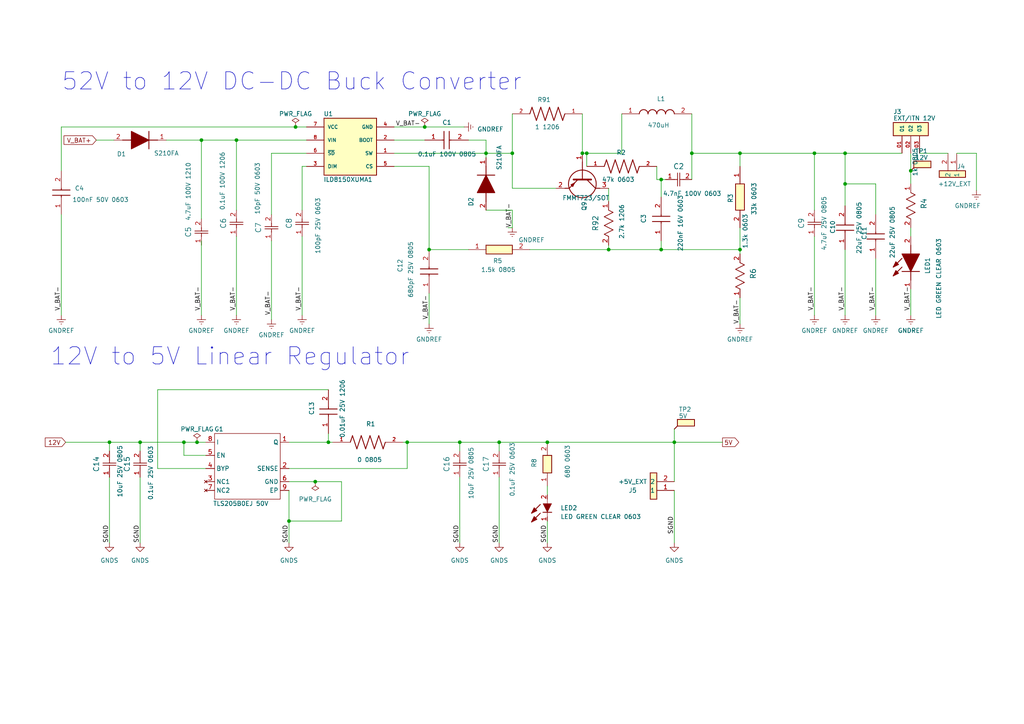
<source format=kicad_sch>
(kicad_sch (version 20231120) (generator "eeschema") (generator_version "8.0")
  (paper "A4")
  (lib_symbols
    (symbol "1725656:1725656"
      (property "Reference" "J5" (at -10.16 8.89 0))
      (property "Value" "+5V_EXT" (at -10.16 6.35 0))
      (symbol "1725656_1_1"
        (pin passive line (at 0 0 0) (length 5.08) (name "1") (number "1"))
        (pin passive line (at 0 -2.54 0) (length 5.08) (name "2") (number "2"))
      )
    )
    (symbol "1725656_1"
      (property "Reference" "J4" (at -10.16 8.89 0))
      (property "Value" "+12V_EXT" (at -10.16 6.35 0))
      (symbol "1725656_1_1_1"
        (pin passive line (at 0 0 0) (length 5.08) (name "1") (number "1"))
        (pin passive line (at 0 -2.54 0) (length 5.08) (name "2") (number "2"))
      )
    )
    (symbol "7447709471:7447709471" (pin_names hide)
      (property "Reference" "L" (at 16.51 6.35 0))
      (property "Value" "7447709471" (at 16.51 3.81 0))
      (symbol "7447709471_1_1"
        (pin passive line (at 0 0 0) (length 5.08) (name "1") (number "1"))
        (pin passive line (at 20.32 0 180) (length 5.08) (name "2") (number "2"))
      )
    )
    (symbol "C0603C100K5RACTU:C0603C100K5RACTU" (pin_names (offset 0.254))
      (property "Reference" "C" (at 3.81 3.81 0))
      (property "Value" "C0603C100K5RACTU" (at 3.81 -3.81 0))
      (symbol "C0603C100K5RACTU_1_1"
        (pin unspecified line (at 0 0 0) (length 2.54) (name "") (number "1"))
        (pin unspecified line (at 7.62 0 180) (length 2.54) (name "") (number "2"))
      )
      (symbol "C0603C100K5RACTU_1_2"
        (pin unspecified line (at 0 0 270) (length 2.54) (name "") (number "1"))
        (pin unspecified line (at 0 -7.62 90) (length 2.54) (name "") (number "2"))
      )
    )
    (symbol "C0603C101K3RACAUTO:C0603C101K3RACAUTO" (pin_names (offset 0.254))
      (property "Reference" "C" (at 3.81 3.81 0))
      (property "Value" "C0603C101K3RACAUTO" (at 3.81 -3.81 0))
      (symbol "C0603C101K3RACAUTO_1_1"
        (pin unspecified line (at 0 0 0) (length 2.54) (name "") (number "1"))
        (pin unspecified line (at 7.62 0 180) (length 2.54) (name "") (number "2"))
      )
      (symbol "C0603C101K3RACAUTO_1_2"
        (pin unspecified line (at 0 0 270) (length 2.54) (name "") (number "1"))
        (pin unspecified line (at 0 -7.62 90) (length 2.54) (name "") (number "2"))
      )
    )
    (symbol "C0603C104K5RAC3121:C0603C104K5RAC3121" (pin_names hide)
      (property "Reference" "C" (at 8.89 6.35 0))
      (property "Value" "C0603C104K5RAC3121" (at 8.89 3.81 0))
      (symbol "C0603C104K5RAC3121_1_1"
        (pin passive line (at 0 0 0) (length 5.08) (name "1") (number "1"))
        (pin passive line (at 12.7 0 180) (length 5.08) (name "2") (number "2"))
      )
    )
    (symbol "C0603X104M3RACTU:C0603X104M3RACTU" (pin_names (offset 0.254))
      (property "Reference" "C" (at 3.81 3.81 0))
      (property "Value" "C0603X104M3RACTU" (at 3.81 -3.81 0))
      (symbol "C0603X104M3RACTU_1_1"
        (pin unspecified line (at 0 0 0) (length 2.54) (name "") (number "1"))
        (pin unspecified line (at 7.62 0 180) (length 2.54) (name "") (number "2"))
      )
      (symbol "C0603X104M3RACTU_1_2"
        (pin unspecified line (at 0 0 270) (length 2.54) (name "") (number "1"))
        (pin unspecified line (at 0 -7.62 90) (length 2.54) (name "") (number "2"))
      )
    )
    (symbol "C0603X224J3RACAUTO:C0603X224J3RACAUTO" (pin_names hide)
      (property "Reference" "C" (at 8.89 6.35 0))
      (property "Value" "C0603X224J3RACAUTO" (at 8.89 3.81 0))
      (symbol "C0603X224J3RACAUTO_1_1"
        (pin passive line (at 0 0 0) (length 5.08) (name "1") (number "1"))
        (pin passive line (at 12.7 0 180) (length 5.08) (name "2") (number "2"))
      )
    )
    (symbol "C0603Y472K1RACAUTO:C0603Y472K1RACAUTO" (pin_names (offset 0.254))
      (property "Reference" "C" (at 3.81 3.81 0))
      (property "Value" "C0603Y472K1RACAUTO" (at 3.81 -3.81 0))
      (symbol "C0603Y472K1RACAUTO_1_1"
        (pin unspecified line (at 0 0 0) (length 2.54) (name "") (number "1"))
        (pin unspecified line (at 7.62 0 180) (length 2.54) (name "") (number "2"))
      )
      (symbol "C0603Y472K1RACAUTO_1_2"
        (pin unspecified line (at 0 0 270) (length 2.54) (name "") (number "1"))
        (pin unspecified line (at 0 -7.62 90) (length 2.54) (name "") (number "2"))
      )
    )
    (symbol "C0805C106M3PACTU:C0805C106M3PACTU" (pin_names (offset 0.254))
      (property "Reference" "C" (at 3.81 3.81 0))
      (property "Value" "C0805C106M3PACTU" (at 3.81 -3.81 0))
      (symbol "C0805C106M3PACTU_1_1"
        (pin unspecified line (at 0 0 0) (length 2.54) (name "") (number "1"))
        (pin unspecified line (at 7.62 0 180) (length 2.54) (name "") (number "2"))
      )
      (symbol "C0805C106M3PACTU_1_2"
        (pin unspecified line (at 0 0 270) (length 2.54) (name "") (number "1"))
        (pin unspecified line (at 0 -7.62 90) (length 2.54) (name "") (number "2"))
      )
    )
    (symbol "C0805X104K1RAC3316:C0805X104K1RAC3316" (pin_names hide)
      (property "Reference" "C" (at 8.89 6.35 0))
      (property "Value" "C0805X104K1RAC3316" (at 8.89 3.81 0))
      (symbol "C0805X104K1RAC3316_1_1"
        (pin passive line (at 0 0 0) (length 5.08) (name "1") (number "1"))
        (pin passive line (at 12.7 0 180) (length 5.08) (name "2") (number "2"))
      )
    )
    (symbol "C0805X475K3RAC7800:C0805C681J5RACTU" (pin_names (offset 0.254))
      (property "Reference" "C" (at 3.81 3.81 0))
      (property "Value" "C0805C681J5RACTU" (at 3.81 -3.81 0))
      (symbol "C0805C681J5RACTU_1_1"
        (pin unspecified line (at 0 0 0) (length 2.54) (name "") (number "1"))
        (pin unspecified line (at 7.62 0 180) (length 2.54) (name "") (number "2"))
      )
      (symbol "C0805C681J5RACTU_1_2"
        (pin unspecified line (at 0 0 270) (length 2.54) (name "") (number "1"))
        (pin unspecified line (at 0 -7.62 90) (length 2.54) (name "") (number "2"))
      )
    )
    (symbol "C1206C103J3RACAUTO:C1206C103J3RACAUTO" (pin_names hide)
      (property "Reference" "C" (at 8.89 6.35 0))
      (property "Value" "C1206C103J3RACAUTO" (at 8.89 3.81 0))
      (symbol "C1206C103J3RACAUTO_1_1"
        (pin passive line (at 0 0 0) (length 5.08) (name "1") (number "1"))
        (pin passive line (at 12.7 0 180) (length 5.08) (name "2") (number "2"))
      )
    )
    (symbol "C1206F104K1RAC3083:C1206F104K1RAC3083" (pin_names (offset 0.254))
      (property "Reference" "C" (at 3.81 3.81 0))
      (property "Value" "C1206F104K1RAC3083" (at 3.81 -3.81 0))
      (symbol "C1206F104K1RAC3083_1_1"
        (pin unspecified line (at 0 0 0) (length 2.54) (name "") (number "1"))
        (pin unspecified line (at 7.62 0 180) (length 2.54) (name "") (number "2"))
      )
      (symbol "C1206F104K1RAC3083_1_2"
        (pin unspecified line (at 0 0 270) (length 2.54) (name "") (number "1"))
        (pin unspecified line (at 0 -7.62 90) (length 2.54) (name "") (number "2"))
      )
    )
    (symbol "C2012X7S1A226M125AC:C2012X7S1A226M125AC" (pin_names hide)
      (property "Reference" "C" (at 8.89 6.35 0))
      (property "Value" "C2012X7S1A226M125AC" (at 8.89 3.81 0))
      (symbol "C2012X7S1A226M125AC_1_1"
        (pin passive line (at 0 0 0) (length 5.08) (name "1") (number "1"))
        (pin passive line (at 12.7 0 180) (length 5.08) (name "2") (number "2"))
      )
    )
    (symbol "CNC6P1X7R2A475K250AE:CNC6P1X7R2A475K250AE" (pin_names (offset 0.254))
      (property "Reference" "C" (at 3.81 3.81 0))
      (property "Value" "CNC6P1X7R2A475K250AE" (at 3.81 -3.81 0))
      (symbol "CNC6P1X7R2A475K250AE_1_1"
        (pin unspecified line (at 0 0 0) (length 2.54) (name "") (number "1"))
        (pin unspecified line (at 7.62 0 180) (length 2.54) (name "") (number "2"))
      )
      (symbol "CNC6P1X7R2A475K250AE_1_2"
        (pin unspecified line (at 0 0 270) (length 2.54) (name "") (number "1"))
        (pin unspecified line (at 0 -7.62 90) (length 2.54) (name "") (number "2"))
      )
    )
    (symbol "CRCW06031K10FKTA:CRCW06031K10FKTA" (pin_names (offset 0.254))
      (property "Reference" "R" (at 5.715 3.81 0))
      (property "Value" "CRCW06031K10FKTA" (at 6.35 -3.81 0))
      (symbol "CRCW06031K10FKTA_1_1"
        (pin unspecified line (at 12.7 0 180) (length 2.54) (name "") (number "1"))
        (pin unspecified line (at 0 0 0) (length 2.54) (name "") (number "2"))
      )
      (symbol "CRCW06031K10FKTA_1_2"
        (pin unspecified line (at 0 12.7 270) (length 2.54) (name "") (number "1"))
        (pin unspecified line (at 0 0 90) (length 2.54) (name "") (number "2"))
      )
    )
    (symbol "CRCW06031R20JNEAIF:CRCW06031R20JNEAIF" (pin_names hide)
      (property "Reference" "R" (at 13.97 6.35 0))
      (property "Value" "CRCW06031R20JNEAIF" (at 13.97 3.81 0))
      (symbol "CRCW06031R20JNEAIF_1_1"
        (pin passive line (at 0 0 0) (length 5.08) (name "1") (number "1"))
        (pin passive line (at 17.78 0 180) (length 5.08) (name "2") (number "2"))
      )
    )
    (symbol "CRCW12061R00FNEB:CRCW12061R00FNEB" (pin_names (offset 1.016))
      (property "Reference" "R" (at -7.6244 2.5415 0))
      (property "Value" "CRCW12061R00FNEB" (at -7.63 -5.0866 0))
      (symbol "CRCW12061R00FNEB_0_0"
        (pin passive line (at -10.16 0 0) (length 5.08) (name "~") (number "1"))
        (pin passive line (at 10.16 0 180) (length 5.08) (name "~") (number "2"))
      )
    )
    (symbol "CRCW12062K70JNEAHP:CRCW12062K70JNEAHP" (pin_names (offset 0.254))
      (property "Reference" "R" (at 5.715 3.81 0))
      (property "Value" "CRCW12062K70JNEAHP" (at 6.35 -3.81 0))
      (symbol "CRCW12062K70JNEAHP_1_1"
        (pin unspecified line (at 0 0 0) (length 2.54) (name "") (number "1"))
        (pin unspecified line (at 12.7 0 180) (length 2.54) (name "") (number "2"))
      )
      (symbol "CRCW12062K70JNEAHP_1_2"
        (pin unspecified line (at 0 12.7 270) (length 2.54) (name "") (number "1"))
        (pin unspecified line (at 0 0 90) (length 2.54) (name "") (number "2"))
      )
    )
    (symbol "Connector:TestPoint_Flag" (pin_numbers hide) (pin_names (offset 0.762) hide)
      (property "Reference" "TP" (at 3.429 1.778 0))
      (property "Value" "TestPoint_Flag" (at 3.302 4.191 0))
      (symbol "TestPoint_Flag_1_1"
        (pin passive line (at 0 0 90) (length 0) (name "1") (number "1"))
      )
    )
    (symbol "FMMT723QTA:FMMT723QTA" (pin_names hide)
      (property "Reference" "Q" (at 13.97 1.27 0))
      (property "Value" "FMMT723QTA" (at 13.97 -1.27 0))
      (symbol "FMMT723QTA_1_1"
        (pin passive line (at 0 0 0) (length 2.54) (name "B") (number "1"))
        (pin passive line (at 10.16 -7.62 90) (length 2.54) (name "E") (number "2"))
        (pin passive line (at 10.16 7.62 270) (length 2.54) (name "C") (number "3"))
      )
    )
    (symbol "ILD8150:ILD8150XUMA1" (pin_names (offset 1.016))
      (property "Reference" "U1" (at -6.35 8.89 0))
      (property "Value" "ILD8150XUMA1" (at -0.635 -10.16 0))
      (symbol "ILD8150XUMA1_0_0"
        (pin output line (at 12.7 -2.54 180) (length 5.08) (name "SW") (number "1"))
        (pin input line (at 12.7 1.27 180) (length 5.08) (name "BOOT") (number "2"))
        (pin input line (at -12.7 -6.35 0) (length 5.08) (name "DIM") (number "3"))
        (pin power_in line (at 12.7 5.08 180) (length 5.08) (name "GND") (number "4"))
        (pin input line (at 12.7 -6.35 180) (length 5.08) (name "CS") (number "5"))
        (pin input line (at -12.7 -2.54 0) (length 5.08) (name "~{SD}") (number "6"))
        (pin power_in line (at -12.7 5.08 0) (length 5.08) (name "VCC") (number "7"))
        (pin input line (at -12.7 1.27 0) (length 5.08) (name "VIN") (number "8"))
      )
    )
    (symbol "LTST-C190KGKT:LTST-C190KGKT" (pin_names hide)
      (property "Reference" "LED" (at 12.7 8.89 0))
      (property "Value" "LTST-C190KGKT" (at 12.7 6.35 0))
      (symbol "LTST-C190KGKT_1_1"
        (pin passive line (at 0 0 0) (length 2.54) (name "K") (number "1"))
        (pin passive line (at 15.24 0 180) (length 2.54) (name "A") (number "2"))
      )
    )
    (symbol "LTST-C190KGKT_1" (pin_names hide)
      (property "Reference" "LED?" (at 8.8901 -3.81 90))
      (property "Value" "LED GREEN CLEAR 0603" (at 6.3501 -3.81 90))
      (symbol "LTST-C190KGKT_1_1_1"
        (pin passive line (at 5.08 0 0) (length 1.27) (name "K") (number "1"))
        (pin passive line (at 12.7 0 180) (length 1.27) (name "A") (number "2"))
      )
    )
    (symbol "RCA08051K00FKEAHP:RCA08051K00FKEAHP" (pin_names (offset 0.254))
      (property "Reference" "R" (at 5.715 3.81 0))
      (property "Value" "RCA08051K00FKEAHP" (at 6.35 -3.81 0))
      (symbol "RCA08051K00FKEAHP_1_1"
        (pin unspecified line (at 0 0 0) (length 2.54) (name "") (number "1"))
        (pin unspecified line (at 12.7 0 180) (length 2.54) (name "") (number "2"))
      )
      (symbol "RCA08051K00FKEAHP_1_2"
        (pin unspecified line (at 0 12.7 270) (length 2.54) (name "") (number "1"))
        (pin unspecified line (at 0 0 90) (length 2.54) (name "") (number "2"))
      )
    )
    (symbol "RCS060333K0FKEA:RCS060333K0FKEA" (pin_names hide)
      (property "Reference" "R" (at 13.97 6.35 0))
      (property "Value" "RCS060333K0FKEA" (at 13.97 3.81 0))
      (symbol "RCS060333K0FKEA_1_1"
        (pin passive line (at 0 0 0) (length 5.08) (name "1") (number "1"))
        (pin passive line (at 17.78 0 180) (length 5.08) (name "2") (number "2"))
      )
    )
    (symbol "RCS060347K0FKEA:RCS060347K0FKEA" (pin_names (offset 1.016))
      (property "Reference" "R" (at -7.6244 2.5415 0))
      (property "Value" "RCS060347K0FKEA" (at -7.63 -5.0866 0))
      (symbol "RCS060347K0FKEA_0_0"
        (pin passive line (at -10.16 0 0) (length 5.08) (name "~") (number "1"))
        (pin passive line (at 10.16 0 180) (length 5.08) (name "~") (number "2"))
      )
    )
    (symbol "RCS0603680RFKEA:RCS0603680RFKEA" (pin_names hide)
      (property "Reference" "R?" (at 13.97 6.35 0))
      (property "Value" "680 0603" (at -7.62 1.27 0))
      (symbol "RCS0603680RFKEA_1_1"
        (pin passive line (at 2.54 0 0) (length 3.81) (name "1") (number "1"))
        (pin passive line (at 15.24 0 180) (length 3.81) (name "2") (number "2"))
      )
    )
    (symbol "RCS08050000Z0EA:RCS08050000Z0EA" (pin_names (offset 1.016))
      (property "Reference" "R" (at -7.6244 2.5415 0))
      (property "Value" "RCS08050000Z0EA" (at -7.63 -5.0866 0))
      (symbol "RCS08050000Z0EA_0_0"
        (pin passive line (at -10.16 0 0) (length 5.08) (name "~") (number "1"))
        (pin passive line (at 10.16 0 180) (length 5.08) (name "~") (number "2"))
      )
    )
    (symbol "S210FA:S210FA" (pin_names hide)
      (property "Reference" "D" (at 11.43 5.08 0))
      (property "Value" "S210FA" (at 11.43 2.54 0))
      (symbol "S210FA_1_1"
        (pin passive line (at 0 0 0) (length 2.54) (name "K") (number "1"))
        (pin passive line (at 15.24 0 180) (length 2.54) (name "A") (number "2"))
      )
    )
    (symbol "TLS205B0EJ V50:TLS205B0EJ_V50"
      (property "Reference" "U2" (at -0.635 13.97 0))
      (property "Value" "TLS205B0EJ 50V" (at -0.635 11.43 0))
      (symbol "TLS205B0EJ_V50_1_1"
        (pin power_out line (at 11.43 7.62 180) (length 2.54) (name "Q") (number "1"))
        (pin input line (at 11.43 0 180) (length 2.54) (name "SENSE") (number "2"))
        (pin no_connect line (at -12.7 -3.81 0) (length 2.54) (name "NC1") (number "3"))
        (pin input line (at -12.7 0 0) (length 2.54) (name "BYP") (number "4"))
        (pin input line (at -12.7 3.81 0) (length 2.54) (name "EN") (number "5"))
        (pin power_in line (at 11.43 -3.81 180) (length 2.54) (name "GND") (number "6"))
        (pin no_connect line (at -12.7 -6.35 0) (length 2.54) (name "NC2") (number "7"))
        (pin power_in line (at -12.7 7.62 0) (length 2.54) (name "I") (number "8"))
        (pin power_in line (at 11.43 -6.35 180) (length 2.54) (name "EP") (number "9"))
      )
    )
    (symbol "TSW-103-08-L-S:TSW-103-08-L-S" (pin_names (offset 1.016))
      (property "Reference" "J?" (at 9.525 0.635 0))
      (property "Value" "TSW-103-08-L-S" (at 9.525 -1.905 0))
      (symbol "TSW-103-08-L-S_0_0"
        (pin passive line (at -12.7 2.54 0) (length 5.08) (name "01") (number "01"))
        (pin passive line (at -12.7 0 0) (length 5.08) (name "02") (number "02"))
        (pin passive line (at -12.7 -2.54 0) (length 5.08) (name "03") (number "03"))
      )
    )
    (symbol "power:GNDREF" (power) (pin_names (offset 0))
      (property "Value" "GNDREF" (at 0 -3.81 0))
      (symbol "GNDREF_1_1"
        (pin power_in line (at 0 0 270) (length 0) hide (name "GNDREF") (number "1"))
      )
    )
    (symbol "power:GNDS" (power) (pin_names (offset 0))
      (property "Value" "GNDS" (at 0 -3.81 0))
      (symbol "GNDS_1_1"
        (pin power_in line (at 0 0 270) (length 0) hide (name "GNDS") (number "1"))
      )
    )
    (symbol "power:PWR_FLAG" (power) (pin_numbers hide) (pin_names (offset 0) hide)
      (property "Value" "PWR_FLAG" (at 0 3.81 0))
      (symbol "PWR_FLAG_0_0"
        (pin power_out line (at 0 0 90) (length 0) (name "pwr") (number "1"))
      )
    )
  )
  (junction (at 264.16 49.53))
  (junction (at 31.75 128.27))
  (junction (at 133.35 128.27))
  (junction (at 85.725 36.83))
  (junction (at 191.77 52.07))
  (junction (at 57.15 128.27))
  (junction (at 236.22 44.45))
  (junction (at 195.58 128.27))
  (junction (at 144.78 128.27))
  (junction (at 176.53 72.39))
  (junction (at 68.58 40.64))
  (junction (at 83.82 151.13))
  (junction (at 58.42 40.64))
  (junction (at 53.34 128.27))
  (junction (at 40.64 128.27))
  (junction (at 123.19 36.83))
  (junction (at 148.59 44.45))
  (junction (at 214.63 72.39))
  (junction (at 245.11 53.34))
  (junction (at 158.75 128.27))
  (junction (at 140.97 44.45))
  (junction (at 191.77 72.39))
  (junction (at 200.66 44.45))
  (junction (at 245.11 44.45))
  (junction (at 170.18 44.45))
  (junction (at 214.63 44.45))
  (junction (at 91.44 139.7))
  (junction (at 124.46 72.39))
  (junction (at 95.25 128.27))
  (junction (at 118.11 128.27))
  (junction (at 168.91 44.45))
  (wire (pts (xy 144.78 138.43) (xy 144.78 157.48)))
  (wire (pts (xy 95.25 125.73) (xy 95.25 128.27)))
  (wire (pts (xy 236.22 44.45) (xy 245.11 44.45)))
  (wire (pts (xy 91.44 139.7) (xy 99.06 139.7)))
  (wire (pts (xy 264.16 44.45) (xy 264.16 49.53)))
  (wire (pts (xy 58.42 40.64) (xy 58.42 63.5)))
  (wire (pts (xy 31.75 128.27) (xy 31.75 130.81)))
  (wire (pts (xy 264.16 66.04) (xy 264.16 68.58)))
  (wire (pts (xy 87.63 68.58) (xy 87.63 91.44)))
  (wire (pts (xy 123.19 36.83) (xy 134.62 36.83)))
  (wire (pts (xy 124.46 85.09) (xy 124.46 93.98)))
  (wire (pts (xy 133.35 138.43) (xy 133.35 157.48)))
  (wire (pts (xy 236.22 60.96) (xy 236.22 44.45)))
  (wire (pts (xy 191.77 69.85) (xy 191.77 72.39)))
  (wire (pts (xy 170.18 44.45) (xy 170.18 48.26)))
  (wire (pts (xy 78.74 44.45) (xy 88.9 44.45)))
  (wire (pts (xy 158.75 151.13) (xy 158.75 157.48)))
  (wire (pts (xy 191.77 52.07) (xy 193.04 52.07)))
  (wire (pts (xy 254 53.34) (xy 254 62.23)))
  (wire (pts (xy 133.35 128.27) (xy 144.78 128.27)))
  (wire (pts (xy 176.53 72.39) (xy 191.77 72.39)))
  (wire (pts (xy 195.58 142.24) (xy 195.58 157.48)))
  (wire (pts (xy 214.63 44.45) (xy 214.63 48.26)))
  (wire (pts (xy 176.53 71.12) (xy 176.53 72.39)))
  (wire (pts (xy 200.66 44.45) (xy 200.66 52.07)))
  (wire (pts (xy 40.64 128.27) (xy 53.34 128.27)))
  (wire (pts (xy 144.78 128.27) (xy 158.75 128.27)))
  (wire (pts (xy 176.53 54.61) (xy 176.53 58.42)))
  (wire (pts (xy 17.78 36.83) (xy 85.725 36.83)))
  (wire (pts (xy 40.64 138.43) (xy 40.64 157.48)))
  (wire (pts (xy 83.82 139.7) (xy 91.44 139.7)))
  (wire (pts (xy 214.63 86.36) (xy 214.63 93.98)))
  (wire (pts (xy 140.97 44.45) (xy 140.97 45.72)))
  (wire (pts (xy 68.58 40.64) (xy 88.9 40.64)))
  (wire (pts (xy 148.59 44.45) (xy 148.59 54.61)))
  (wire (pts (xy 190.5 48.26) (xy 190.5 52.07)))
  (wire (pts (xy 140.97 60.96) (xy 148.59 60.96)))
  (wire (pts (xy 254 74.93) (xy 254 91.44)))
  (wire (pts (xy 118.11 128.27) (xy 118.11 135.89)))
  (wire (pts (xy 140.97 40.64) (xy 140.97 44.45)))
  (wire (pts (xy 53.34 132.08) (xy 53.34 128.27)))
  (wire (pts (xy 19.05 128.27) (xy 31.75 128.27)))
  (wire (pts (xy 158.75 128.27) (xy 195.58 128.27)))
  (wire (pts (xy 78.74 69.85) (xy 78.74 92.71)))
  (wire (pts (xy 214.63 44.45) (xy 236.22 44.45)))
  (wire (pts (xy 170.18 44.45) (xy 180.34 44.45)))
  (wire (pts (xy 153.67 72.39) (xy 176.53 72.39)))
  (wire (pts (xy 277.495 44.45) (xy 283.21 44.45)))
  (wire (pts (xy 283.21 55.245) (xy 283.21 44.45)))
  (wire (pts (xy 264.16 49.53) (xy 264.16 53.34)))
  (wire (pts (xy 118.11 135.89) (xy 83.82 135.89)))
  (wire (pts (xy 59.69 132.08) (xy 53.34 132.08)))
  (wire (pts (xy 57.15 128.27) (xy 59.69 128.27)))
  (wire (pts (xy 168.91 44.45) (xy 170.18 44.45)))
  (wire (pts (xy 133.35 130.81) (xy 133.35 128.27)))
  (wire (pts (xy 124.46 72.39) (xy 135.89 72.39)))
  (wire (pts (xy 190.5 52.07) (xy 191.77 52.07)))
  (wire (pts (xy 254 53.34) (xy 245.11 53.34)))
  (wire (pts (xy 45.72 113.03) (xy 45.72 135.89)))
  (wire (pts (xy 266.7 44.45) (xy 274.955 44.45)))
  (wire (pts (xy 236.22 68.58) (xy 236.22 91.44)))
  (wire (pts (xy 245.11 53.34) (xy 245.11 59.69)))
  (wire (pts (xy 245.11 72.39) (xy 245.11 91.44)))
  (wire (pts (xy 144.78 128.27) (xy 144.78 130.81)))
  (wire (pts (xy 245.11 44.45) (xy 261.62 44.45)))
  (wire (pts (xy 99.06 151.13) (xy 83.82 151.13)))
  (wire (pts (xy 17.78 36.83) (xy 17.78 49.53)))
  (wire (pts (xy 83.82 151.13) (xy 83.82 142.24)))
  (wire (pts (xy 31.75 128.27) (xy 40.64 128.27)))
  (wire (pts (xy 27.94 40.64) (xy 33.02 40.64)))
  (wire (pts (xy 191.77 52.07) (xy 191.77 57.15)))
  (wire (pts (xy 195.58 124.46) (xy 195.58 128.27)))
  (wire (pts (xy 87.63 48.26) (xy 88.9 48.26)))
  (wire (pts (xy 168.91 33.02) (xy 168.91 44.45)))
  (wire (pts (xy 116.84 128.27) (xy 118.11 128.27)))
  (wire (pts (xy 245.11 44.45) (xy 245.11 53.34)))
  (wire (pts (xy 118.11 128.27) (xy 133.35 128.27)))
  (wire (pts (xy 99.06 139.7) (xy 99.06 151.13)))
  (wire (pts (xy 195.58 128.27) (xy 209.55 128.27)))
  (wire (pts (xy 68.58 68.58) (xy 68.58 91.44)))
  (wire (pts (xy 85.725 36.83) (xy 88.9 36.83)))
  (wire (pts (xy 158.75 140.97) (xy 158.75 143.51)))
  (wire (pts (xy 68.58 40.64) (xy 68.58 60.96)))
  (wire (pts (xy 214.63 73.66) (xy 214.63 72.39)))
  (wire (pts (xy 135.89 40.64) (xy 140.97 40.64)))
  (wire (pts (xy 58.42 40.64) (xy 68.58 40.64)))
  (wire (pts (xy 214.63 66.04) (xy 214.63 72.39)))
  (wire (pts (xy 31.75 138.43) (xy 31.75 157.48)))
  (wire (pts (xy 95.25 113.03) (xy 45.72 113.03)))
  (wire (pts (xy 87.63 48.26) (xy 87.63 60.96)))
  (wire (pts (xy 264.16 83.82) (xy 264.16 91.44)))
  (wire (pts (xy 200.66 44.45) (xy 214.63 44.45)))
  (wire (pts (xy 148.59 60.96) (xy 148.59 66.04)))
  (wire (pts (xy 17.78 62.23) (xy 17.78 91.44)))
  (wire (pts (xy 114.3 44.45) (xy 140.97 44.45)))
  (wire (pts (xy 114.3 40.64) (xy 123.19 40.64)))
  (wire (pts (xy 114.3 36.83) (xy 123.19 36.83)))
  (wire (pts (xy 180.34 33.02) (xy 180.34 44.45)))
  (wire (pts (xy 195.58 128.27) (xy 195.58 139.7)))
  (wire (pts (xy 53.34 128.27) (xy 57.15 128.27)))
  (wire (pts (xy 83.82 128.27) (xy 95.25 128.27)))
  (wire (pts (xy 140.97 44.45) (xy 148.59 44.45)))
  (wire (pts (xy 45.72 135.89) (xy 59.69 135.89)))
  (wire (pts (xy 95.25 128.27) (xy 96.52 128.27)))
  (wire (pts (xy 148.59 33.02) (xy 148.59 44.45)))
  (wire (pts (xy 83.82 151.13) (xy 83.82 157.48)))
  (wire (pts (xy 48.26 40.64) (xy 58.42 40.64)))
  (wire (pts (xy 148.59 66.04) (xy 147.32 66.04)))
  (wire (pts (xy 200.66 33.02) (xy 200.66 44.45)))
  (wire (pts (xy 124.46 48.26) (xy 124.46 72.39)))
  (wire (pts (xy 40.64 128.27) (xy 40.64 130.81)))
  (wire (pts (xy 148.59 54.61) (xy 161.29 54.61)))
  (wire (pts (xy 191.77 72.39) (xy 214.63 72.39)))
  (wire (pts (xy 78.74 44.45) (xy 78.74 62.23)))
  (wire (pts (xy 124.46 48.26) (xy 114.3 48.26)))
  (wire (pts (xy 58.42 69.85) (xy 58.42 91.44)))
  (text "52V to 12V DC-DC Buck Converter" (at 17.78 26.67 0) (effects (font (size 5 5)) (justify left bottom)))
  (text "12V to 5V Linear Regulator" (at 14.478 106.426 0) (effects (font (size 5 5)) (justify left bottom)))
  (label "SGND" (at 40.64 157.48 90))
  (label "V_BAT-" (at 87.63 90.17 90))
  (label "SGND" (at 158.75 157.48 90))
  (label "V_BAT-" (at 58.42 90.17 90))
  (label "V_BAT-" (at 148.59 66.04 90))
  (label "V_BAT-" (at 254 90.17 90))
  (label "SGND" (at 83.82 157.48 90))
  (label "SGND" (at 144.78 157.48 90))
  (label "V_BAT-" (at 121.92 36.83 180))
  (label "V_BAT-" (at 124.46 92.71 90))
  (label "SGND" (at 31.75 157.48 90))
  (label "V_BAT-" (at 236.22 90.17 90))
  (label "V_BAT-" (at 68.58 90.17 90))
  (label "V_BAT-" (at 245.11 90.17 90))
  (label "SGND" (at 133.35 157.48 90))
  (label "V_BAT-" (at 78.74 91.44 90))
  (label "SGND" (at 195.58 154.94 90))
  (label "V_BAT-" (at 264.16 90.17 90))
  (label "V_BAT-" (at 214.63 93.98 90))
  (label "V_BAT-" (at 17.78 90.17 90))
  (global_label "V_BAT+" (shape input) (at 27.94 40.64 180) (property "Intersheetrefs" "${INTERSHEET_REFS}" (effects (hide yes))))
  (global_label "12V" (shape input) (at 19.05 128.27 180) (property "Intersheetrefs" "${INTERSHEET_REFS}" (effects (hide yes))))
  (global_label "5V" (shape output) (at 209.55 128.27 0) (property "Intersheetrefs" "${INTERSHEET_REFS}" (effects (hide yes))))
  (symbol (lib_id "power:PWR_FLAG") (at 85.725 36.83 0) (unit 1)
    (property "Reference" "#FLG07" (effects (hide yes)))
    (property "Value" "PWR_FLAG" (at 85.725 33.02 0))
  )
  (symbol (lib_id "power:GNDS") (at 31.75 157.48 0) (unit 1)
    (property "Reference" "#PWR023" (effects (hide yes)))
    (property "Value" "GNDS" (at 31.75 162.56 0))
  )
  (symbol (lib_id "power:GNDS") (at 83.82 157.48 0) (unit 1)
    (property "Reference" "#PWR029" (effects (hide yes)))
    (property "Value" "GNDS" (at 83.82 162.56 0))
  )
  (symbol (lib_id "power:GNDREF") (at 148.59 66.04 0) (unit 1)
    (property "Reference" "#PWR032" (effects (hide yes)))
    (property "Value" "GNDREF" (at 154.178 69.596 0))
  )
  (symbol (lib_id "C2012X7S1A226M125AC:C2012X7S1A226M125AC") (at 254 74.93 90) (unit 1)
    (property "Reference" "C11" (at 249.936 69.596 0) (effects (justify left top)))
    (property "Value" "22uF 25V 0805" (at 258.826 74.93 0) (effects (justify left)))
    (property "Footprint" "CAPC2012X145N" (effects (hide yes)))
    (property "Datasheet" "https://product.tdk.com/info/en/catalog/datasheets/mlcc_commercial_midvoltage_en.pdf" (effects (hide yes)))
    (property "Description" "TDK 0805 C 22uF Ceramic Multilayer Capacitor, 10 V dc, +125C, X7S Dielectric, +/-20%" (effects (hide yes)))
    (property "Height" "1.45" (effects (hide yes)))
    (property "Manufacturer_Name" "TDK" (effects (hide yes)))
    (property "Manufacturer_Part_Number" "C2012X7S1A226M125AC" (effects (hide yes)))
  )
  (symbol (lib_id "power:PWR_FLAG") (at 123.19 36.83 0) (unit 1)
    (property "Reference" "#FLG08" (effects (hide yes)))
    (property "Value" "PWR_FLAG" (at 123.19 33.02 0))
  )
  (symbol (lib_id "C0805C106M3PACTU:C0805C106M3PACTU") (at 133.35 138.43 90) (unit 1)
    (property "Reference" "C16" (at 129.54 134.62 0) (effects (font (size 1.524 1.524))))
    (property "Value" "10uF 25V 0805" (at 136.652 144.78 0) (effects (justify left)))
    (property "Footprint" "CAPC220145_145N_KEM" (effects (hide yes)))
    (property "Datasheet" "C0805C106M3PACTU" (effects (hide yes)))
  )
  (symbol (lib_id "C0805X475K3RAC7800:C0805C681J5RACTU") (at 236.22 68.58 90) (unit 1)
    (property "Reference" "C9" (at 232.41 64.77 0) (effects (font (size 1.524 1.524))))
    (property "Value" "4.7uF 25V 0805" (at 239.014 72.644 0) (effects (justify left)))
    (property "Footprint" "CAPC220145_88N_KEM" (effects (hide yes)))
    (property "Datasheet" "C0805C681J5RACTU" (effects (hide yes)))
  )
  (symbol (lib_id "power:GNDS") (at 144.78 157.48 0) (unit 1)
    (property "Reference" "#PWR034" (effects (hide yes)))
    (property "Value" "GNDS" (at 144.78 162.56 0))
  )
  (symbol (lib_id "power:GNDREF") (at 78.74 92.71 0) (unit 1)
    (property "Reference" "#PWR027" (effects (hide yes)))
    (property "Value" "GNDREF" (at 78.74 97.155 0))
  )
  (symbol (lib_id "C0603C101K3RACAUTO:C0603C101K3RACAUTO") (at 87.63 68.58 90) (unit 1)
    (property "Reference" "C8" (at 83.82 64.77 0) (effects (font (size 1.524 1.524))))
    (property "Value" "100pF 25V 0603" (at 92.202 73.66 0) (effects (justify left)))
    (property "Footprint" "CAPC17595_87N_KEM" (effects (hide yes)))
    (property "Datasheet" "C0603C101K3RACAUTO" (effects (hide yes)))
  )
  (symbol (lib_id "C0603Y472K1RACAUTO:C0603Y472K1RACAUTO") (at 193.04 52.07 0) (unit 1)
    (property "Reference" "C2" (at 196.85 48.26 0) (effects (font (size 1.524 1.524))))
    (property "Value" "4.7nF 100V 0603" (at 192.278 56.134 0) (effects (justify left)))
    (property "Footprint" "CAPC17795_95N_KEM" (effects (hide yes)))
    (property "Datasheet" "C0603Y472K1RACAUTO" (effects (hide yes)))
  )
  (symbol (lib_id "power:GNDS") (at 40.64 157.48 0) (unit 1)
    (property "Reference" "#PWR024" (effects (hide yes)))
    (property "Value" "GNDS" (at 40.64 162.56 0))
  )
  (symbol (lib_id "C1206C103J3RACAUTO:C1206C103J3RACAUTO") (at 124.46 85.09 90) (unit 1)
    (property "Reference" "C12" (at 115.316 78.994 0) (effects (justify left top)))
    (property "Value" "680pF 25V 0805" (at 119.126 86.36 0) (effects (justify left)))
    (property "Footprint" "C1206C103J3RACAUTO:C1206" (effects (hide yes)))
    (property "Datasheet" "https://content.kemet.com/datasheets/KEM_C1023_X7R_AUTO_SMD.pdf" (effects (hide yes)))
    (property "Description" "SMD Auto X7R, Ceramic, 0.01 uF, 5%, 25 VDC, 62.5 VDC, 125C, -55C, X7R, SMD, MLCC, Temperature Stable, Automotive Grade, 3.5 % , 100 GOhms, 17 mg, 1206, 3.2mm, 1.6mm, 0.78mm, 0.5mm, 4000, 78  Weeks, 80" (effects (hide yes)))
    (property "Mouser Part Number" "80-C1206C103J3RAUTO" (effects (hide yes)))
    (property "Mouser Price/Stock" "https://www.mouser.co.uk/ProductDetail/KEMET/C1206C103J3RACAUTO?qs=yQ9FZw9SO3w6nak1DaLFZQ%3D%3D" (effects (hide yes)))
    (property "Manufacturer_Name" "KEMET" (effects (hide yes)))
    (property "Manufacturer_Part_Number" "C1206C103J3RACAUTO" (effects (hide yes)))
  )
  (symbol (lib_id "C0805X104K1RAC3316:C0805X104K1RAC3316") (at 123.19 40.64 0) (unit 1)
    (property "Reference" "C1" (at 128.27 34.798 0) (effects (justify left top)))
    (property "Value" "0.1uF 100V 0805" (at 121.158 44.704 0) (effects (justify left)))
    (property "Footprint" "C0805" (effects (hide yes)))
    (property "Datasheet" "https://content.kemet.com/datasheets/KEM_X7R_FT_VW_AUDI.pdf" (effects (hide yes)))
    (property "Description" "SMD Auto X7R VW80808, Ceramic, 0.1 uF, 10%, 100 VDC, 250 VDC, 125C, -55C, X7R, SMD, MLCC, Automotive Grade, 2.5 % , 10 GOhms, 0805, 2mm, 1.25mm, 0.9mm, 0.75mm, 0.5mm, 4000, 152  Weeks, 80" (effects (hide yes)))
    (property "Height" "1.1" (effects (hide yes)))
    (property "Manufacturer_Name" "KEMET" (effects (hide yes)))
    (property "Manufacturer_Part_Number" "C0805X104K1RAC3316" (effects (hide yes)))
  )
  (symbol (lib_id "ILD8150:ILD8150XUMA1") (at 101.6 41.91 0) (unit 1)
    (property "Reference" "U1" (at 95.25 33.02 0))
    (property "Value" "ILD8150XUMA1" (at 100.965 52.07 0))
    (property "Footprint" "ILD8150:SOIC127P600X175-8N" (effects (hide yes)))
    (property "Description" "\nLED Driver IC 1 Output DC DC Regulator Step-Down (Buck) PWM Dimming 1.5A PG-DSO-8\n" (effects (hide yes)))
    (property "E2_MAX" "0.0" (effects (hide yes)))
    (property "B_NOM" "0.43" (effects (hide yes)))
    (property "D_MAX" "4.9" (effects (hide yes)))
    (property "E1_NOM" "3.9" (effects (hide yes)))
    (property "E1_MIN" "3.9" (effects (hide yes)))
    (property "B_MAX" "0.51" (effects (hide yes)))
    (property "Price" "None" (effects (hide yes)))
    (property "D2_MAX" "0.0" (effects (hide yes)))
    (property "ENOM" "1.27" (effects (hide yes)))
    (property "D_NOM" "4.9" (effects (hide yes)))
    (property "L_MAX" "0.89" (effects (hide yes)))
    (property "A_MAX" "1.75" (effects (hide yes)))
    (property "Package" "DSO-8 Infineon Technologies" (effects (hide yes)))
    (property "A_NOM" "1.75" (effects (hide yes)))
    (property "Check_prices" "https://www.snapeda.com/parts/ILD8150XUMA1/Infineon+Technologies/view-part/?ref=eda" (effects (hide yes)))
    (property "A_MIN" "1.75" (effects (hide yes)))
    (property "STANDARD" "IPC 7351B" (effects (hide yes)))
    (property "PARTREV" "1.1" (effects (hide yes)))
    (property "SnapEDA_Link" "https://www.snapeda.com/parts/ILD8150XUMA1/Infineon+Technologies/view-part/?ref=snap" (effects (hide yes)))
    (property "E_NOM" "6.0" (effects (hide yes)))
    (property "B_MIN" "0.35" (effects (hide yes)))
    (property "PIN_COUNT" "8.0" (effects (hide yes)))
    (property "L_NOM" "0.64" (effects (hide yes)))
    (property "MANUFACTURER" "Infineon" (effects (hide yes)))
    (property "MF" "Infineon Technologies" (effects (hide yes)))
    (property "Purchase-URL" "https://www.snapeda.com/api/url_track_click_mouser/?unipart_id=4551246&manufacturer=Infineon Technologies&part_name=ILD8150XUMA1&search_term=ild8150" (effects (hide yes)))
    (property "A1_MIN" "0.1" (effects (hide yes)))
    (property "E1_MAX" "3.9" (effects (hide yes)))
    (property "E_MIN" "5.8" (effects (hide yes)))
    (property "D_MIN" "4.9" (effects (hide yes)))
    (property "MP" "ILD8150XUMA1" (effects (hide yes)))
    (property "L_MIN" "0.39" (effects (hide yes)))
    (property "Availability" "In Stock" (effects (hide yes)))
    (property "E_MAX" "6.2" (effects (hide yes)))
  )
  (symbol (lib_id "C0603X104M3RACTU:C0603X104M3RACTU") (at 40.64 138.43 90) (unit 1)
    (property "Reference" "C15" (at 36.83 134.62 0) (effects (font (size 1.524 1.524))))
    (property "Value" "0.1uF 25V 0603" (at 43.688 145.034 0) (effects (justify left)))
    (property "Footprint" "CAPC17795_95N_KEM" (effects (hide yes)))
    (property "Datasheet" "C0603X104M3RACTU" (effects (hide yes)))
  )
  (symbol (lib_id "CNC6P1X7R2A475K250AE:CNC6P1X7R2A475K250AE") (at 58.42 71.12 90) (unit 1)
    (property "Reference" "C5" (at 54.61 67.31 0) (effects (font (size 1.524 1.524))))
    (property "Value" "4.7uF 100V 1210" (at 54.61 64.008 0) (effects (justify left)))
    (property "Footprint" "CAP_CNC6_TDK" (effects (hide yes)))
    (property "Datasheet" "CNC6P1X7R2A475K250AE" (effects (hide yes)))
  )
  (symbol (lib_id "CRCW06031R20JNEAIF:CRCW06031R20JNEAIF") (at 135.89 72.39 0) (unit 1)
    (property "Reference" "R5" (at 143.002 74.93 0) (effects (justify left top)))
    (property "Value" "1.5k 0805" (at 144.526 78.232 0))
    (property "Footprint" "RESC1608X50N" (effects (hide yes)))
    (property "Datasheet" "https://www.vishay.com/docs/20024/dcrcwife3.pdf" (effects (hide yes)))
    (property "Description" "Vishay CRCW Series Thick Film Surface Mount Resistor 0603 Case 1.2 +/-5% 0.1W +/-200ppm/K" (effects (hide yes)))
    (property "Height" "0.5" (effects (hide yes)))
    (property "Manufacturer_Name" "Vishay" (effects (hide yes)))
    (property "Manufacturer_Part_Number" "CRCW06031R20JNEAIF" (effects (hide yes)))
  )
  (symbol (lib_id "RCA08051K00FKEAHP:RCA08051K00FKEAHP") (at 264.16 53.34 270) (unit 1)
    (property "Reference" "R4" (at 267.97 59.055 0) (effects (font (size 1.524 1.524))))
    (property "Value" "1k 0805" (at 265.43 46.99 0))
    (property "Footprint" "RES_RCA0805_VIS" (effects (hide yes)))
    (property "Datasheet" "RCA08051K00FKEAHP" (effects (hide yes)))
  )
  (symbol (lib_id "CRCW12062K70JNEAHP:CRCW12062K70JNEAHP") (at 176.53 58.42 270) (unit 1)
    (property "Reference" "R92" (at 172.72 64.77 0) (effects (font (size 1.524 1.524))))
    (property "Value" "2.7k 1206" (at 180.34 64.262 0))
    (property "Footprint" "RES_V1206_VIS" (effects (hide yes)))
    (property "Datasheet" "CRCW12062K70JNEAHP" (effects (hide yes)))
  )
  (symbol (lib_id "Connector:TestPoint_Flag") (at 264.16 49.53 0) (unit 1)
    (property "Reference" "TP1" (at 265.43 43.815 0) (effects (justify left)))
    (property "Value" "12V" (at 265.43 45.72 0) (effects (justify left)))
  )
  (symbol (lib_id "power:GNDREF") (at 214.63 93.98 0) (unit 1)
    (property "Reference" "#PWR030" (effects (hide yes)))
    (property "Value" "GNDREF" (at 214.63 98.425 0))
  )
  (symbol (lib_id "RCS08050000Z0EA:RCS08050000Z0EA") (at 106.68 128.27 0) (unit 1)
    (property "Reference" "R1" (at 106.172 123.698 0) (effects (justify left bottom)))
    (property "Value" "0 0805" (at 107.188 133.35 0))
    (property "Footprint" "RCS08050000Z0EA:RESC2012X50N" (effects (hide yes)))
  )
  (symbol (lib_id "FMMT723QTA:FMMT723QTA") (at 168.91 44.45 270) (unit 1)
    (property "Reference" "Q9" (at 170.18 58.42 0) (effects (justify left top)))
    (property "Value" "FMMT723/SOT" (at 169.926 57.404 90))
    (property "Footprint" "SOT96P240X110-3N" (effects (hide yes)))
    (property "Datasheet" "https://www.diodes.com//assets/Datasheets/FMMT723.pdf" (effects (hide yes)))
    (property "Description" "Bipolar Transistors - BJT 100V PNP Low Sat 625mW -1A 210mOhm" (effects (hide yes)))
    (property "Height" "1.1" (effects (hide yes)))
    (property "Mouser Part Number" "621-FMMT723QTA" (effects (hide yes)))
    (property "Mouser Price/Stock" "https://www.mouser.co.uk/ProductDetail/Diodes-Incorporated/FMMT723QTA?qs=AsTZqt%2FmeqkEH%2FeLd%2F5FkA%3D%3D" (effects (hide yes)))
    (property "Manufacturer_Name" "Diodes Incorporated" (effects (hide yes)))
    (property "Manufacturer_Part_Number" "FMMT723QTA" (effects (hide yes)))
  )
  (symbol (lib_id "C0603C104K5RAC3121:C0603C104K5RAC3121") (at 17.78 62.23 90) (unit 1)
    (property "Reference" "C4" (at 24.384 54.61 90) (effects (justify left)))
    (property "Value" "100nF 50V 0603" (at 37.338 57.912 90) (effects (justify left)))
    (property "Footprint" "CAPC1608X95N" (effects (hide yes)))
    (property "Datasheet" "https://www.arrow.com/en/products/c0603c104k5rac3121/kemet-corporation?region=nac" (effects (hide yes)))
    (property "Description" "Multilayer Ceramic Capacitors MLCC - SMD/SMT 50V .1uF X7R 0603 10% AEC-Q200" (effects (hide yes)))
    (property "Height" "0.95" (effects (hide yes)))
    (property "Arrow Part Number" "C0603C104K5RAC3121" (effects (hide yes)))
    (property "Arrow Price/Stock" "https://www.arrow.com/en/products/c0603c104k5rac3121/kemet-corporation?region=nac" (effects (hide yes)))
    (property "Manufacturer_Name" "KEMET" (effects (hide yes)))
    (property "Manufacturer_Part_Number" "C0603C104K5RAC3121" (effects (hide yes)))
  )
  (symbol (lib_id "power:PWR_FLAG") (at 57.15 128.27 0) (unit 1)
    (property "Reference" "#FLG09" (effects (hide yes)))
    (property "Value" "PWR_FLAG" (at 57.15 124.46 0))
  )
  (symbol (lib_id "power:GNDREF") (at 17.78 91.44 0) (unit 1)
    (property "Reference" "#PWR022" (effects (hide yes)))
    (property "Value" "GNDREF" (at 17.78 95.885 0))
  )
  (symbol (lib_id "power:GNDREF") (at 134.62 36.83 90) (unit 1)
    (property "Reference" "#PWR070" (effects (hide yes)))
    (property "Value" "GNDREF" (at 138.43 37.465 90) (effects (justify right)))
  )
  (symbol (lib_id "1725656:1725656") (at 195.58 142.24 180) (unit 1)
    (property "Reference" "J5" (at 183.515 142.24 0))
    (property "Value" "+5V_EXT" (at 183.515 139.7 0))
    (property "Footprint" "1725656" (effects (hide yes)))
    (property "Datasheet" "https://www.phoenixcontact.com/online/portal/us/?uri=pxc-oc-itemdetail:pid=1725656&library=usen&pcck=P-11-01-05&tab=1&selectedCategory=ALL" (effects (hide yes)))
    (property "Height" "8.65" (effects (hide yes)))
    (property "Manufacturer_Name" "Phoenix Contact" (effects (hide yes)))
    (property "Manufacturer_Part_Number" "1725656" (effects (hide yes)))
    (property "Mouser Part Number" "651-1725656" (effects (hide yes)))
    (property "Mouser Price/Stock" "https://www.mouser.co.uk/ProductDetail/Phoenix-Contact/1725656?qs=Ul7CXFMnlWWQeccayYbRmw%3D%3D" (effects (hide yes)))
    (property "Arrow Part Number" "1725656" (effects (hide yes)))
    (property "Arrow Price/Stock" "https://www.arrow.com/en/products/1725656/phoenix-contact?region=nac" (effects (hide yes)))
  )
  (symbol (lib_id "TLS205B0EJ V50:TLS205B0EJ_V50") (at 72.39 135.89 0) (unit 1)
    (property "Reference" "G1" (at 63.5 124.46 0))
    (property "Value" "TLS205B0EJ 50V" (at 69.85 146.05 0))
    (property "Footprint" "TLS205B0EJV50XUMA1:SOIC127P600X170-9N" (effects (hide yes)))
  )
  (symbol (lib_id "power:GNDREF") (at 264.16 91.44 0) (unit 1)
    (property "Reference" "#PWR040" (effects (hide yes)))
    (property "Value" "GNDREF" (at 264.16 95.885 0))
  )
  (symbol (lib_id "power:GNDREF") (at 87.63 91.44 0) (unit 1)
    (property "Reference" "#PWR028" (effects (hide yes)))
    (property "Value" "GNDREF" (at 87.63 95.885 0))
  )
  (symbol (lib_id "7447709471:7447709471") (at 180.34 33.02 0) (unit 1)
    (property "Reference" "L1" (at 190.5 27.94 0) (effects (justify left top)))
    (property "Value" "470uH" (at 191.008 36.322 0))
    (property "Footprint" "WE-PD_1260/1245/1280/121054" (effects (hide yes)))
    (property "Datasheet" "http://componentsearchengine.com/Datasheets/1/7447709471.pdf" (effects (hide yes)))
    (property "Description" "SMD-Shielded Power Inductors WE-PD" (effects (hide yes)))
    (property "Mouser Part Number" "710-7447709471" (effects (hide yes)))
    (property "Mouser Price/Stock" "https://www.mouser.co.uk/ProductDetail/Wurth-Elektronik/7447709471?qs=E%2F%2FhvbtCqpPDFF5ZuHB1Jw%3D%3D" (effects (hide yes)))
    (property "Manufacturer_Name" "Wurth Elektronik" (effects (hide yes)))
    (property "Manufacturer_Part_Number" "7447709471" (effects (hide yes)))
  )
  (symbol (lib_id "RCS060347K0FKEA:RCS060347K0FKEA") (at 180.34 48.26 0) (unit 1)
    (property "Reference" "R2" (at 178.816 44.958 0) (effects (justify left bottom)))
    (property "Value" "47k 0603" (at 179.324 52.07 0))
    (property "Footprint" "RCS060347K0FKEA:RESC1508X50N" (effects (hide yes)))
  )
  (symbol (lib_id "power:GNDREF") (at 58.42 91.44 0) (unit 1)
    (property "Reference" "#PWR025" (effects (hide yes)))
    (property "Value" "GNDREF" (at 58.42 95.885 0))
  )
  (symbol (lib_id "power:GNDS") (at 195.58 157.48 0) (unit 1)
    (property "Reference" "#PWR036" (effects (hide yes)))
    (property "Value" "GNDS" (at 195.58 162.56 0))
  )
  (symbol (lib_id "CRCW12061R00FNEB:CRCW12061R00FNEB") (at 158.75 33.02 180) (unit 1)
    (property "Reference" "R91" (at 159.766 28.194 0) (effects (justify left bottom)))
    (property "Value" "1 1206" (at 158.75 36.83 0))
    (property "Footprint" "CRCW12061R00FNEB:RESC3116X60N" (effects (hide yes)))
  )
  (symbol (lib_name "1725656_1") (lib_id "1725656:1725656") (at 277.495 44.45 270) (unit 1)
    (property "Reference" "J4" (at 278.765 48.26 90))
    (property "Value" "+12V_EXT" (at 276.86 53.34 90))
    (property "Footprint" "1725656" (effects (hide yes)))
    (property "Datasheet" "https://www.phoenixcontact.com/online/portal/us/?uri=pxc-oc-itemdetail:pid=1725656&library=usen&pcck=P-11-01-05&tab=1&selectedCategory=ALL" (effects (hide yes)))
    (property "Height" "8.65" (effects (hide yes)))
    (property "Manufacturer_Name" "Phoenix Contact" (effects (hide yes)))
    (property "Manufacturer_Part_Number" "1725656" (effects (hide yes)))
    (property "Mouser Part Number" "651-1725656" (effects (hide yes)))
    (property "Mouser Price/Stock" "https://www.mouser.co.uk/ProductDetail/Phoenix-Contact/1725656?qs=Ul7CXFMnlWWQeccayYbRmw%3D%3D" (effects (hide yes)))
    (property "Arrow Part Number" "1725656" (effects (hide yes)))
    (property "Arrow Price/Stock" "https://www.arrow.com/en/products/1725656/phoenix-contact?region=nac" (effects (hide yes)))
  )
  (symbol (lib_name "LTST-C190KGKT_1") (lib_id "LTST-C190KGKT:LTST-C190KGKT") (at 158.75 156.21 90) (unit 1)
    (property "Reference" "LED2" (at 162.56 147.3199 90) (effects (justify right)))
    (property "Value" "LED GREEN CLEAR 0603" (at 162.56 149.8599 90) (effects (justify right)))
    (property "Footprint" "LEDC1608X80N" (effects (hide yes)))
    (property "Datasheet" "http://uk.rs-online.com/web/p/visible-leds/6920988/" (effects (hide yes)))
    (property "Description" "Lite-On LTST-C190KGKT, 571 nm Green LED, 1608 (0603) SMD package" (effects (hide yes)))
    (property "Height" "0.8" (effects (hide yes)))
    (property "Manufacturer_Name" "Lite-On" (effects (hide yes)))
    (property "Manufacturer_Part_Number" "LTST-C190KGKT" (effects (hide yes)))
    (property "Mouser Part Number" "859-LTST-C190KGKT" (effects (hide yes)))
    (property "Mouser Price/Stock" "https://www.mouser.co.uk/ProductDetail/Lite-On/LTST-C190KGKT?qs=205qCy6M2Q%252BAdcgwUZktqw%3D%3D" (effects (hide yes)))
    (property "Arrow Part Number" "LTST-C190KGKT" (effects (hide yes)))
    (property "Arrow Price/Stock" "https://www.arrow.com/en/products/ltst-c190kgkt/lite-on-technology?region=europe" (effects (hide yes)))
  )
  (symbol (lib_id "CRCW06031K10FKTA:CRCW06031K10FKTA") (at 214.63 73.66 270) (unit 1)
    (property "Reference" "R6" (at 218.44 79.375 0) (effects (font (size 1.524 1.524))))
    (property "Value" "1.3k 0603" (at 216.154 67.056 0))
    (property "Footprint" "RC0603N_VIS" (effects (hide yes)))
    (property "Datasheet" "CRCW06031K10FKTA" (effects (hide yes)))
  )
  (symbol (lib_id "C1206C103J3RACAUTO:C1206C103J3RACAUTO") (at 95.25 125.73 90) (unit 1)
    (property "Reference" "C13" (at 89.662 120.396 0) (effects (justify left top)))
    (property "Value" "0.01uF 25V 1206" (at 99.314 127 0) (effects (justify left)))
    (property "Footprint" "C1206" (effects (hide yes)))
    (property "Datasheet" "https://content.kemet.com/datasheets/KEM_C1023_X7R_AUTO_SMD.pdf" (effects (hide yes)))
    (property "Description" "SMD Auto X7R, Ceramic, 0.01 uF, 5%, 25 VDC, 62.5 VDC, 125C, -55C, X7R, SMD, MLCC, Temperature Stable, Automotive Grade, 3.5 % , 100 GOhms, 17 mg, 1206, 3.2mm, 1.6mm, 0.78mm, 0.5mm, 4000, 78  Weeks, 80" (effects (hide yes)))
    (property "Mouser Part Number" "80-C1206C103J3RAUTO" (effects (hide yes)))
    (property "Mouser Price/Stock" "https://www.mouser.co.uk/ProductDetail/KEMET/C1206C103J3RACAUTO?qs=yQ9FZw9SO3w6nak1DaLFZQ%3D%3D" (effects (hide yes)))
    (property "Manufacturer_Name" "KEMET" (effects (hide yes)))
    (property "Manufacturer_Part_Number" "C1206C103J3RACAUTO" (effects (hide yes)))
  )
  (symbol (lib_id "power:GNDS") (at 158.75 157.48 0) (unit 1)
    (property "Reference" "#PWR035" (effects (hide yes)))
    (property "Value" "GNDS" (at 158.75 162.56 0))
  )
  (symbol (lib_id "TSW-103-08-L-S:TSW-103-08-L-S") (at 264.16 31.75 90) (unit 1)
    (property "Reference" "J3" (at 259.08 32.385 90) (effects (justify right)))
    (property "Value" "EXT/ITN 12V" (at 259.08 34.29 90) (effects (justify right)))
    (property "Footprint" "TSW-103-08-L-S:SAMTEC_TSW-103-08-L-S" (effects (hide yes)))
    (property "PARTREV" "R" (effects (hide yes)))
    (property "STANDARD" "Manufacturer Recommendations" (effects (hide yes)))
    (property "MANUFACTURER" "Samtec" (effects (hide yes)))
  )
  (symbol (lib_id "LTST-C190KGKT:LTST-C190KGKT") (at 264.16 83.82 90) (unit 1)
    (property "Reference" "LED1" (at 269.748 79.502 0) (effects (justify left bottom)))
    (property "Value" "LED GREEN CLEAR 0603" (at 272.288 69.088 0) (effects (justify right)))
    (property "Footprint" "LEDC1608X80N" (effects (hide yes)))
    (property "Datasheet" "http://uk.rs-online.com/web/p/visible-leds/6920988/" (effects (hide yes)))
    (property "Description" "Lite-On LTST-C190KGKT, 571 nm Green LED, 1608 (0603) SMD package" (effects (hide yes)))
    (property "Height" "0.8" (effects (hide yes)))
    (property "Manufacturer_Name" "Lite-On" (effects (hide yes)))
    (property "Manufacturer_Part_Number" "LTST-C190KGKT" (effects (hide yes)))
    (property "Mouser Part Number" "859-LTST-C190KGKT" (effects (hide yes)))
    (property "Mouser Price/Stock" "https://www.mouser.co.uk/ProductDetail/Lite-On/LTST-C190KGKT?qs=205qCy6M2Q%252BAdcgwUZktqw%3D%3D" (effects (hide yes)))
    (property "Arrow Part Number" "LTST-C190KGKT" (effects (hide yes)))
    (property "Arrow Price/Stock" "https://www.arrow.com/en/products/ltst-c190kgkt/lite-on-technology?region=europe" (effects (hide yes)))
  )
  (symbol (lib_id "S210FA:S210FA") (at 140.97 45.72 90) (mirror x) (unit 1)
    (property "Reference" "D2" (at 135.89 57.15 0) (effects (justify left top)))
    (property "Value" "S210FA" (at 144.78 45.72 0))
    (property "Footprint" "SODFL3618X143N" (effects (hide yes)))
    (property "Datasheet" "https://www.onsemi.com/pub/Collateral/SS29FA-D.pdf" (effects (hide yes)))
    (property "Description" "Schottky Diodes & Rectifiers" (effects (hide yes)))
    (property "Height" "1.43" (effects (hide yes)))
    (property "Manufacturer_Name" "onsemi" (effects (hide yes)))
    (property "Manufacturer_Part_Number" "S210FA" (effects (hide yes)))
  )
  (symbol (lib_id "power:GNDREF") (at 124.46 93.98 0) (unit 1)
    (property "Reference" "#PWR033" (effects (hide yes)))
    (property "Value" "GNDREF" (at 124.46 98.425 0))
  )
  (symbol (lib_id "C2012X7S1A226M125AC:C2012X7S1A226M125AC") (at 245.11 72.39 90) (unit 1)
    (property "Reference" "C10" (at 240.792 67.818 0) (effects (justify left top)))
    (property "Value" "22uF 25V 0805" (at 249.174 73.66 0) (effects (justify left)))
    (property "Footprint" "CAPC2012X145N" (effects (hide yes)))
    (property "Datasheet" "https://product.tdk.com/info/en/catalog/datasheets/mlcc_commercial_midvoltage_en.pdf" (effects (hide yes)))
    (property "Description" "TDK 0805 C 22uF Ceramic Multilayer Capacitor, 10 V dc, +125C, X7S Dielectric, +/-20%" (effects (hide yes)))
    (property "Height" "1.45" (effects (hide yes)))
    (property "Manufacturer_Name" "TDK" (effects (hide yes)))
    (property "Manufacturer_Part_Number" "C2012X7S1A226M125AC" (effects (hide yes)))
  )
  (symbol (lib_id "power:GNDS") (at 133.35 157.48 0) (unit 1)
    (property "Reference" "#PWR031" (effects (hide yes)))
    (property "Value" "GNDS" (at 133.35 162.56 0))
  )
  (symbol (lib_id "power:GNDREF") (at 283.21 55.245 0) (unit 1)
    (property "Reference" "#PWR041" (effects (hide yes)))
    (property "Value" "GNDREF" (at 280.67 59.69 0))
  )
  (symbol (lib_id "C0603C100K5RACTU:C0603C100K5RACTU") (at 78.74 69.85 90) (unit 1)
    (property "Reference" "C7" (at 74.93 66.04 0) (effects (font (size 1.524 1.524))))
    (property "Value" "10pF 50V 0603" (at 74.676 62.23 0) (effects (justify left)))
    (property "Footprint" "CAPC17595_87N_KEM" (effects (hide yes)))
    (property "Datasheet" "C0603C100K5RACTU" (effects (hide yes)))
  )
  (symbol (lib_id "S210FA:S210FA") (at 48.26 40.64 0) (mirror y) (unit 1)
    (property "Reference" "D1" (at 36.576 43.942 0) (effects (justify left top)))
    (property "Value" "S210FA" (at 48.26 44.45 0))
    (property "Footprint" "SODFL3618X143N" (effects (hide yes)))
    (property "Datasheet" "https://www.onsemi.com/pub/Collateral/SS29FA-D.pdf" (effects (hide yes)))
    (property "Description" "Schottky Diodes & Rectifiers" (effects (hide yes)))
    (property "Height" "1.43" (effects (hide yes)))
    (property "Manufacturer_Name" "onsemi" (effects (hide yes)))
    (property "Manufacturer_Part_Number" "S210FA" (effects (hide yes)))
  )
  (symbol (lib_id "power:GNDREF") (at 245.11 91.44 0) (unit 1)
    (property "Reference" "#PWR038" (effects (hide yes)))
    (property "Value" "GNDREF" (at 245.11 95.885 0))
  )
  (symbol (lib_id "power:GNDREF") (at 254 91.44 0) (unit 1)
    (property "Reference" "#PWR039" (effects (hide yes)))
    (property "Value" "GNDREF" (at 254 95.885 0))
  )
  (symbol (lib_id "power:GNDREF") (at 68.58 91.44 0) (unit 1)
    (property "Reference" "#PWR026" (effects (hide yes)))
    (property "Value" "GNDREF" (at 68.58 95.885 0))
  )
  (symbol (lib_id "power:PWR_FLAG") (at 91.44 139.7 180) (unit 1)
    (property "Reference" "#FLG010" (effects (hide yes)))
    (property "Value" "PWR_FLAG" (at 91.44 144.78 0))
  )
  (symbol (lib_id "Connector:TestPoint_Flag") (at 195.58 124.46 0) (unit 1)
    (property "Reference" "TP2" (at 196.85 118.745 0) (effects (justify left)))
    (property "Value" "5V" (at 196.85 120.65 0) (effects (justify left)))
  )
  (symbol (lib_id "RCS0603680RFKEA:RCS0603680RFKEA") (at 158.75 143.51 90) (unit 1)
    (property "Reference" "R8" (at 154.178 135.636 0) (effects (justify left top)))
    (property "Value" "680 0603" (at 164.592 133.858 0))
    (property "Footprint" "RCS0603_E3" (effects (hide yes)))
    (property "Datasheet" "https://www.vishay.com/docs/20065/rcse3.pdf" (effects (hide yes)))
    (property "Description" "Anti-Surge, High Power Thick Film Chip Resistor" (effects (hide yes)))
    (property "Mouser Part Number" "71-RCS0603680RFKEA" (effects (hide yes)))
    (property "Mouser Price/Stock" "https://www.mouser.co.uk/ProductDetail/Vishay-Dale/RCS0603680RFKEA?qs=yDQnu9hAfI9%2FumfKjibPhA%3D%3D" (effects (hide yes)))
    (property "Manufacturer_Name" "Vishay" (effects (hide yes)))
    (property "Manufacturer_Part_Number" "RCS0603680RFKEA" (effects (hide yes)))
  )
  (symbol (lib_id "power:GNDREF") (at 236.22 91.44 0) (unit 1)
    (property "Reference" "#PWR037" (effects (hide yes)))
    (property "Value" "GNDREF" (at 236.22 95.885 0))
  )
  (symbol (lib_id "C0603X224J3RACAUTO:C0603X224J3RACAUTO") (at 191.77 69.85 90) (unit 1)
    (property "Reference" "C3" (at 185.928 64.77 0) (effects (justify left top)))
    (property "Value" "220nF 16V 0603" (at 197.358 72.898 0) (effects (justify left)))
    (property "Footprint" "C0603" (effects (hide yes)))
    (property "Datasheet" "https://content.kemet.com/datasheets/KEM_C1078_X7R_FT-CAP_AUTO_SMD.pdf" (effects (hide yes)))
    (property "Description" "SMD Auto X7R Flex, Ceramic, 0.22 uF, 5%, 25 VDC, 62.5 VDC, 125C, -55C, X7R, SMD, MLCC, FT-CAP, Automotive Grade, 5 % , 2.2727 GOhms, 7.3 mg, 0603, 1.6mm, 0.8mm, 0.8mm, 0.58mm, 0.45mm, 4000, 78  Weeks, 80" (effects (hide yes)))
    (property "Height" "0.87" (effects (hide yes)))
    (property "Mouser Part Number" "80-C0603X224J3RAUTO" (effects (hide yes)))
    (property "Mouser Price/Stock" "https://www.mouser.co.uk/ProductDetail/KEMET/C0603X224J3RACAUTO?qs=u16ybLDytRZLHBkweAGWKA%3D%3D" (effects (hide yes)))
    (property "Manufacturer_Name" "KEMET" (effects (hide yes)))
    (property "Manufacturer_Part_Number" "C0603X224J3RACAUTO" (effects (hide yes)))
  )
  (symbol (lib_id "C0805C106M3PACTU:C0805C106M3PACTU") (at 31.75 138.43 90) (unit 1)
    (property "Reference" "C14" (at 27.94 134.62 0) (effects (font (size 1.524 1.524))))
    (property "Value" "10uF 25V 0805" (at 34.798 144.272 0) (effects (justify left)))
    (property "Footprint" "CAPC220145_145N_KEM" (effects (hide yes)))
    (property "Datasheet" "C0805C106M3PACTU" (effects (hide yes)))
  )
  (symbol (lib_id "C0603X104M3RACTU:C0603X104M3RACTU") (at 144.78 138.43 90) (unit 1)
    (property "Reference" "C17" (at 140.97 134.62 0) (effects (font (size 1.524 1.524))))
    (property "Value" "0.1uF 25V 0603" (at 148.59 144.018 0) (effects (justify left)))
    (property "Footprint" "CAPC17795_95N_KEM" (effects (hide yes)))
    (property "Datasheet" "C0603X104M3RACTU" (effects (hide yes)))
  )
  (symbol (lib_id "C1206F104K1RAC3083:C1206F104K1RAC3083") (at 68.58 68.58 90) (unit 1)
    (property "Reference" "C6" (at 64.77 64.77 0) (effects (font (size 1.524 1.524))))
    (property "Value" "0.1uF 100V 1206" (at 64.516 60.96 0) (effects (justify left)))
    (property "Footprint" "CAP_C1206F-RAC-ER_KEM" (effects (hide yes)))
    (property "Datasheet" "C1206F104K1RAC3083" (effects (hide yes)))
  )
  (symbol (lib_id "RCS060333K0FKEA:RCS060333K0FKEA") (at 214.63 48.26 270) (unit 1)
    (property "Reference" "R3" (at 212.598 56.134 0) (effects (justify left top)))
    (property "Value" "33k 0603" (at 218.694 57.658 0))
    (property "Footprint" "RESC1608X50N" (effects (hide yes)))
    (property "Datasheet" "https://www.vishay.com/docs/20065/rcse3.pdf" (effects (hide yes)))
    (property "Description" "Thick Film Resistors - SMD 0.25watt 33Kohms 1% 100ppm" (effects (hide yes)))
    (property "Height" "0.5" (effects (hide yes)))
    (property "Mouser Part Number" "71-RCS060333K0FKEA" (effects (hide yes)))
    (property "Mouser Price/Stock" "https://www.mouser.co.uk/ProductDetail/Vishay-Dale/RCS060333K0FKEA?qs=yDQnu9hAfI9uIG1%252BkBaBdg%3D%3D" (effects (hide yes)))
    (property "Manufacturer_Name" "Vishay" (effects (hide yes)))
    (property "Manufacturer_Part_Number" "RCS060333K0FKEA" (effects (hide yes)))
  )
)
</source>
